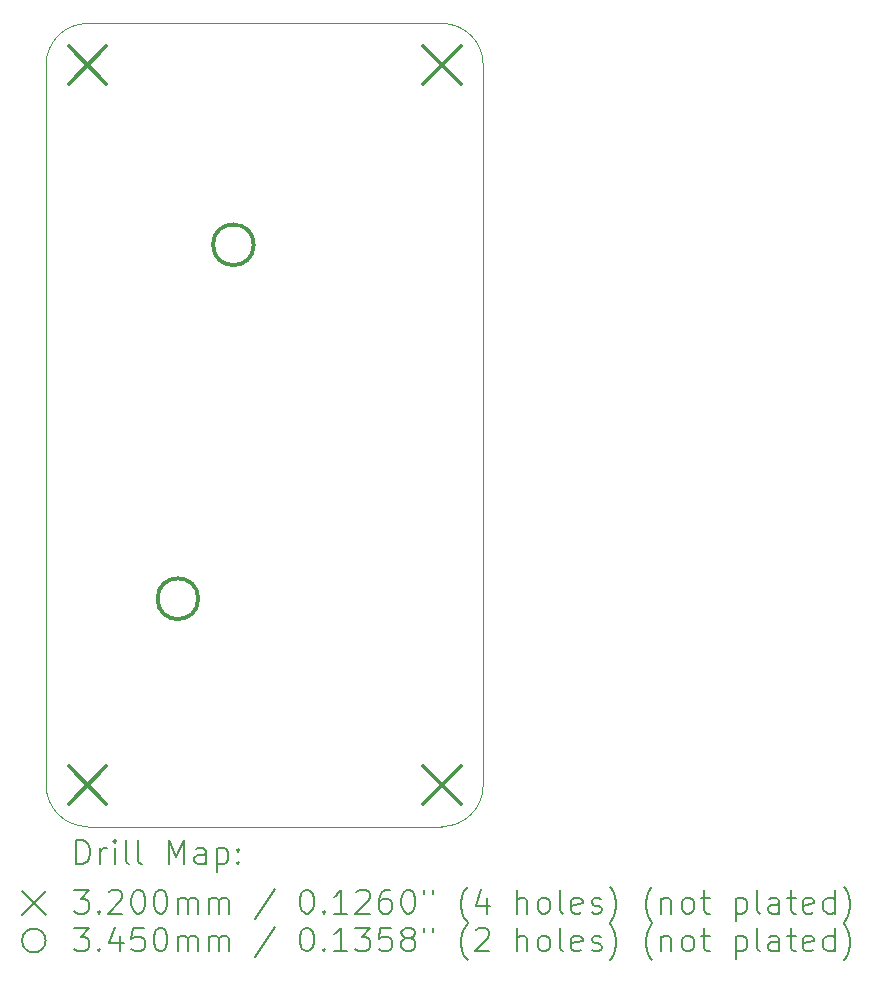
<source format=gbr>
%TF.GenerationSoftware,KiCad,Pcbnew,7.0.10*%
%TF.CreationDate,2024-01-08T08:34:26+01:00*%
%TF.ProjectId,mold_detect,6d6f6c64-5f64-4657-9465-63742e6b6963,rev?*%
%TF.SameCoordinates,Original*%
%TF.FileFunction,Drillmap*%
%TF.FilePolarity,Positive*%
%FSLAX45Y45*%
G04 Gerber Fmt 4.5, Leading zero omitted, Abs format (unit mm)*
G04 Created by KiCad (PCBNEW 7.0.10) date 2024-01-08 08:34:26*
%MOMM*%
%LPD*%
G01*
G04 APERTURE LIST*
%ADD10C,0.100000*%
%ADD11C,0.200000*%
%ADD12C,0.320000*%
%ADD13C,0.345000*%
G04 APERTURE END LIST*
D10*
X7850000Y-8300000D02*
X7850000Y-14400000D01*
X11200000Y-14750000D02*
G75*
G03*
X11550000Y-14400000I0J350000D01*
G01*
X8200000Y-14750000D02*
X11200000Y-14750000D01*
X7850000Y-14400000D02*
G75*
G03*
X8200000Y-14750000I350000J0D01*
G01*
X8200000Y-7950000D02*
X11200000Y-7950000D01*
X8200000Y-7950000D02*
G75*
G03*
X7850000Y-8300000I0J-350000D01*
G01*
X11550000Y-8300000D02*
X11550000Y-14400000D01*
X11550000Y-8300000D02*
G75*
G03*
X11200000Y-7950000I-350000J0D01*
G01*
D11*
D12*
X8040000Y-8140000D02*
X8360000Y-8460000D01*
X8360000Y-8140000D02*
X8040000Y-8460000D01*
X8040000Y-14240000D02*
X8360000Y-14560000D01*
X8360000Y-14240000D02*
X8040000Y-14560000D01*
X11040000Y-8140000D02*
X11360000Y-8460000D01*
X11360000Y-8140000D02*
X11040000Y-8460000D01*
X11040000Y-14240000D02*
X11360000Y-14560000D01*
X11360000Y-14240000D02*
X11040000Y-14560000D01*
D13*
X9137500Y-12821000D02*
G75*
G03*
X8792500Y-12821000I-172500J0D01*
G01*
X8792500Y-12821000D02*
G75*
G03*
X9137500Y-12821000I172500J0D01*
G01*
X9607500Y-9824000D02*
G75*
G03*
X9262500Y-9824000I-172500J0D01*
G01*
X9262500Y-9824000D02*
G75*
G03*
X9607500Y-9824000I172500J0D01*
G01*
D11*
X8105777Y-15066484D02*
X8105777Y-14866484D01*
X8105777Y-14866484D02*
X8153396Y-14866484D01*
X8153396Y-14866484D02*
X8181967Y-14876008D01*
X8181967Y-14876008D02*
X8201015Y-14895055D01*
X8201015Y-14895055D02*
X8210539Y-14914103D01*
X8210539Y-14914103D02*
X8220062Y-14952198D01*
X8220062Y-14952198D02*
X8220062Y-14980769D01*
X8220062Y-14980769D02*
X8210539Y-15018865D01*
X8210539Y-15018865D02*
X8201015Y-15037912D01*
X8201015Y-15037912D02*
X8181967Y-15056960D01*
X8181967Y-15056960D02*
X8153396Y-15066484D01*
X8153396Y-15066484D02*
X8105777Y-15066484D01*
X8305777Y-15066484D02*
X8305777Y-14933150D01*
X8305777Y-14971246D02*
X8315301Y-14952198D01*
X8315301Y-14952198D02*
X8324824Y-14942674D01*
X8324824Y-14942674D02*
X8343872Y-14933150D01*
X8343872Y-14933150D02*
X8362920Y-14933150D01*
X8429586Y-15066484D02*
X8429586Y-14933150D01*
X8429586Y-14866484D02*
X8420063Y-14876008D01*
X8420063Y-14876008D02*
X8429586Y-14885531D01*
X8429586Y-14885531D02*
X8439110Y-14876008D01*
X8439110Y-14876008D02*
X8429586Y-14866484D01*
X8429586Y-14866484D02*
X8429586Y-14885531D01*
X8553396Y-15066484D02*
X8534348Y-15056960D01*
X8534348Y-15056960D02*
X8524824Y-15037912D01*
X8524824Y-15037912D02*
X8524824Y-14866484D01*
X8658158Y-15066484D02*
X8639110Y-15056960D01*
X8639110Y-15056960D02*
X8629586Y-15037912D01*
X8629586Y-15037912D02*
X8629586Y-14866484D01*
X8886729Y-15066484D02*
X8886729Y-14866484D01*
X8886729Y-14866484D02*
X8953396Y-15009341D01*
X8953396Y-15009341D02*
X9020063Y-14866484D01*
X9020063Y-14866484D02*
X9020063Y-15066484D01*
X9201015Y-15066484D02*
X9201015Y-14961722D01*
X9201015Y-14961722D02*
X9191491Y-14942674D01*
X9191491Y-14942674D02*
X9172444Y-14933150D01*
X9172444Y-14933150D02*
X9134348Y-14933150D01*
X9134348Y-14933150D02*
X9115301Y-14942674D01*
X9201015Y-15056960D02*
X9181967Y-15066484D01*
X9181967Y-15066484D02*
X9134348Y-15066484D01*
X9134348Y-15066484D02*
X9115301Y-15056960D01*
X9115301Y-15056960D02*
X9105777Y-15037912D01*
X9105777Y-15037912D02*
X9105777Y-15018865D01*
X9105777Y-15018865D02*
X9115301Y-14999817D01*
X9115301Y-14999817D02*
X9134348Y-14990293D01*
X9134348Y-14990293D02*
X9181967Y-14990293D01*
X9181967Y-14990293D02*
X9201015Y-14980769D01*
X9296253Y-14933150D02*
X9296253Y-15133150D01*
X9296253Y-14942674D02*
X9315301Y-14933150D01*
X9315301Y-14933150D02*
X9353396Y-14933150D01*
X9353396Y-14933150D02*
X9372444Y-14942674D01*
X9372444Y-14942674D02*
X9381967Y-14952198D01*
X9381967Y-14952198D02*
X9391491Y-14971246D01*
X9391491Y-14971246D02*
X9391491Y-15028388D01*
X9391491Y-15028388D02*
X9381967Y-15047436D01*
X9381967Y-15047436D02*
X9372444Y-15056960D01*
X9372444Y-15056960D02*
X9353396Y-15066484D01*
X9353396Y-15066484D02*
X9315301Y-15066484D01*
X9315301Y-15066484D02*
X9296253Y-15056960D01*
X9477205Y-15047436D02*
X9486729Y-15056960D01*
X9486729Y-15056960D02*
X9477205Y-15066484D01*
X9477205Y-15066484D02*
X9467682Y-15056960D01*
X9467682Y-15056960D02*
X9477205Y-15047436D01*
X9477205Y-15047436D02*
X9477205Y-15066484D01*
X9477205Y-14942674D02*
X9486729Y-14952198D01*
X9486729Y-14952198D02*
X9477205Y-14961722D01*
X9477205Y-14961722D02*
X9467682Y-14952198D01*
X9467682Y-14952198D02*
X9477205Y-14942674D01*
X9477205Y-14942674D02*
X9477205Y-14961722D01*
X7645000Y-15295000D02*
X7845000Y-15495000D01*
X7845000Y-15295000D02*
X7645000Y-15495000D01*
X8086729Y-15286484D02*
X8210539Y-15286484D01*
X8210539Y-15286484D02*
X8143872Y-15362674D01*
X8143872Y-15362674D02*
X8172443Y-15362674D01*
X8172443Y-15362674D02*
X8191491Y-15372198D01*
X8191491Y-15372198D02*
X8201015Y-15381722D01*
X8201015Y-15381722D02*
X8210539Y-15400769D01*
X8210539Y-15400769D02*
X8210539Y-15448388D01*
X8210539Y-15448388D02*
X8201015Y-15467436D01*
X8201015Y-15467436D02*
X8191491Y-15476960D01*
X8191491Y-15476960D02*
X8172443Y-15486484D01*
X8172443Y-15486484D02*
X8115301Y-15486484D01*
X8115301Y-15486484D02*
X8096253Y-15476960D01*
X8096253Y-15476960D02*
X8086729Y-15467436D01*
X8296253Y-15467436D02*
X8305777Y-15476960D01*
X8305777Y-15476960D02*
X8296253Y-15486484D01*
X8296253Y-15486484D02*
X8286729Y-15476960D01*
X8286729Y-15476960D02*
X8296253Y-15467436D01*
X8296253Y-15467436D02*
X8296253Y-15486484D01*
X8381967Y-15305531D02*
X8391491Y-15296008D01*
X8391491Y-15296008D02*
X8410539Y-15286484D01*
X8410539Y-15286484D02*
X8458158Y-15286484D01*
X8458158Y-15286484D02*
X8477205Y-15296008D01*
X8477205Y-15296008D02*
X8486729Y-15305531D01*
X8486729Y-15305531D02*
X8496253Y-15324579D01*
X8496253Y-15324579D02*
X8496253Y-15343627D01*
X8496253Y-15343627D02*
X8486729Y-15372198D01*
X8486729Y-15372198D02*
X8372443Y-15486484D01*
X8372443Y-15486484D02*
X8496253Y-15486484D01*
X8620063Y-15286484D02*
X8639110Y-15286484D01*
X8639110Y-15286484D02*
X8658158Y-15296008D01*
X8658158Y-15296008D02*
X8667682Y-15305531D01*
X8667682Y-15305531D02*
X8677205Y-15324579D01*
X8677205Y-15324579D02*
X8686729Y-15362674D01*
X8686729Y-15362674D02*
X8686729Y-15410293D01*
X8686729Y-15410293D02*
X8677205Y-15448388D01*
X8677205Y-15448388D02*
X8667682Y-15467436D01*
X8667682Y-15467436D02*
X8658158Y-15476960D01*
X8658158Y-15476960D02*
X8639110Y-15486484D01*
X8639110Y-15486484D02*
X8620063Y-15486484D01*
X8620063Y-15486484D02*
X8601015Y-15476960D01*
X8601015Y-15476960D02*
X8591491Y-15467436D01*
X8591491Y-15467436D02*
X8581967Y-15448388D01*
X8581967Y-15448388D02*
X8572444Y-15410293D01*
X8572444Y-15410293D02*
X8572444Y-15362674D01*
X8572444Y-15362674D02*
X8581967Y-15324579D01*
X8581967Y-15324579D02*
X8591491Y-15305531D01*
X8591491Y-15305531D02*
X8601015Y-15296008D01*
X8601015Y-15296008D02*
X8620063Y-15286484D01*
X8810539Y-15286484D02*
X8829586Y-15286484D01*
X8829586Y-15286484D02*
X8848634Y-15296008D01*
X8848634Y-15296008D02*
X8858158Y-15305531D01*
X8858158Y-15305531D02*
X8867682Y-15324579D01*
X8867682Y-15324579D02*
X8877205Y-15362674D01*
X8877205Y-15362674D02*
X8877205Y-15410293D01*
X8877205Y-15410293D02*
X8867682Y-15448388D01*
X8867682Y-15448388D02*
X8858158Y-15467436D01*
X8858158Y-15467436D02*
X8848634Y-15476960D01*
X8848634Y-15476960D02*
X8829586Y-15486484D01*
X8829586Y-15486484D02*
X8810539Y-15486484D01*
X8810539Y-15486484D02*
X8791491Y-15476960D01*
X8791491Y-15476960D02*
X8781967Y-15467436D01*
X8781967Y-15467436D02*
X8772444Y-15448388D01*
X8772444Y-15448388D02*
X8762920Y-15410293D01*
X8762920Y-15410293D02*
X8762920Y-15362674D01*
X8762920Y-15362674D02*
X8772444Y-15324579D01*
X8772444Y-15324579D02*
X8781967Y-15305531D01*
X8781967Y-15305531D02*
X8791491Y-15296008D01*
X8791491Y-15296008D02*
X8810539Y-15286484D01*
X8962920Y-15486484D02*
X8962920Y-15353150D01*
X8962920Y-15372198D02*
X8972444Y-15362674D01*
X8972444Y-15362674D02*
X8991491Y-15353150D01*
X8991491Y-15353150D02*
X9020063Y-15353150D01*
X9020063Y-15353150D02*
X9039110Y-15362674D01*
X9039110Y-15362674D02*
X9048634Y-15381722D01*
X9048634Y-15381722D02*
X9048634Y-15486484D01*
X9048634Y-15381722D02*
X9058158Y-15362674D01*
X9058158Y-15362674D02*
X9077205Y-15353150D01*
X9077205Y-15353150D02*
X9105777Y-15353150D01*
X9105777Y-15353150D02*
X9124825Y-15362674D01*
X9124825Y-15362674D02*
X9134348Y-15381722D01*
X9134348Y-15381722D02*
X9134348Y-15486484D01*
X9229586Y-15486484D02*
X9229586Y-15353150D01*
X9229586Y-15372198D02*
X9239110Y-15362674D01*
X9239110Y-15362674D02*
X9258158Y-15353150D01*
X9258158Y-15353150D02*
X9286729Y-15353150D01*
X9286729Y-15353150D02*
X9305777Y-15362674D01*
X9305777Y-15362674D02*
X9315301Y-15381722D01*
X9315301Y-15381722D02*
X9315301Y-15486484D01*
X9315301Y-15381722D02*
X9324825Y-15362674D01*
X9324825Y-15362674D02*
X9343872Y-15353150D01*
X9343872Y-15353150D02*
X9372444Y-15353150D01*
X9372444Y-15353150D02*
X9391491Y-15362674D01*
X9391491Y-15362674D02*
X9401015Y-15381722D01*
X9401015Y-15381722D02*
X9401015Y-15486484D01*
X9791491Y-15276960D02*
X9620063Y-15534103D01*
X10048634Y-15286484D02*
X10067682Y-15286484D01*
X10067682Y-15286484D02*
X10086729Y-15296008D01*
X10086729Y-15296008D02*
X10096253Y-15305531D01*
X10096253Y-15305531D02*
X10105777Y-15324579D01*
X10105777Y-15324579D02*
X10115301Y-15362674D01*
X10115301Y-15362674D02*
X10115301Y-15410293D01*
X10115301Y-15410293D02*
X10105777Y-15448388D01*
X10105777Y-15448388D02*
X10096253Y-15467436D01*
X10096253Y-15467436D02*
X10086729Y-15476960D01*
X10086729Y-15476960D02*
X10067682Y-15486484D01*
X10067682Y-15486484D02*
X10048634Y-15486484D01*
X10048634Y-15486484D02*
X10029587Y-15476960D01*
X10029587Y-15476960D02*
X10020063Y-15467436D01*
X10020063Y-15467436D02*
X10010539Y-15448388D01*
X10010539Y-15448388D02*
X10001015Y-15410293D01*
X10001015Y-15410293D02*
X10001015Y-15362674D01*
X10001015Y-15362674D02*
X10010539Y-15324579D01*
X10010539Y-15324579D02*
X10020063Y-15305531D01*
X10020063Y-15305531D02*
X10029587Y-15296008D01*
X10029587Y-15296008D02*
X10048634Y-15286484D01*
X10201015Y-15467436D02*
X10210539Y-15476960D01*
X10210539Y-15476960D02*
X10201015Y-15486484D01*
X10201015Y-15486484D02*
X10191491Y-15476960D01*
X10191491Y-15476960D02*
X10201015Y-15467436D01*
X10201015Y-15467436D02*
X10201015Y-15486484D01*
X10401015Y-15486484D02*
X10286729Y-15486484D01*
X10343872Y-15486484D02*
X10343872Y-15286484D01*
X10343872Y-15286484D02*
X10324825Y-15315055D01*
X10324825Y-15315055D02*
X10305777Y-15334103D01*
X10305777Y-15334103D02*
X10286729Y-15343627D01*
X10477206Y-15305531D02*
X10486729Y-15296008D01*
X10486729Y-15296008D02*
X10505777Y-15286484D01*
X10505777Y-15286484D02*
X10553396Y-15286484D01*
X10553396Y-15286484D02*
X10572444Y-15296008D01*
X10572444Y-15296008D02*
X10581968Y-15305531D01*
X10581968Y-15305531D02*
X10591491Y-15324579D01*
X10591491Y-15324579D02*
X10591491Y-15343627D01*
X10591491Y-15343627D02*
X10581968Y-15372198D01*
X10581968Y-15372198D02*
X10467682Y-15486484D01*
X10467682Y-15486484D02*
X10591491Y-15486484D01*
X10762920Y-15286484D02*
X10724825Y-15286484D01*
X10724825Y-15286484D02*
X10705777Y-15296008D01*
X10705777Y-15296008D02*
X10696253Y-15305531D01*
X10696253Y-15305531D02*
X10677206Y-15334103D01*
X10677206Y-15334103D02*
X10667682Y-15372198D01*
X10667682Y-15372198D02*
X10667682Y-15448388D01*
X10667682Y-15448388D02*
X10677206Y-15467436D01*
X10677206Y-15467436D02*
X10686729Y-15476960D01*
X10686729Y-15476960D02*
X10705777Y-15486484D01*
X10705777Y-15486484D02*
X10743872Y-15486484D01*
X10743872Y-15486484D02*
X10762920Y-15476960D01*
X10762920Y-15476960D02*
X10772444Y-15467436D01*
X10772444Y-15467436D02*
X10781968Y-15448388D01*
X10781968Y-15448388D02*
X10781968Y-15400769D01*
X10781968Y-15400769D02*
X10772444Y-15381722D01*
X10772444Y-15381722D02*
X10762920Y-15372198D01*
X10762920Y-15372198D02*
X10743872Y-15362674D01*
X10743872Y-15362674D02*
X10705777Y-15362674D01*
X10705777Y-15362674D02*
X10686729Y-15372198D01*
X10686729Y-15372198D02*
X10677206Y-15381722D01*
X10677206Y-15381722D02*
X10667682Y-15400769D01*
X10905777Y-15286484D02*
X10924825Y-15286484D01*
X10924825Y-15286484D02*
X10943872Y-15296008D01*
X10943872Y-15296008D02*
X10953396Y-15305531D01*
X10953396Y-15305531D02*
X10962920Y-15324579D01*
X10962920Y-15324579D02*
X10972444Y-15362674D01*
X10972444Y-15362674D02*
X10972444Y-15410293D01*
X10972444Y-15410293D02*
X10962920Y-15448388D01*
X10962920Y-15448388D02*
X10953396Y-15467436D01*
X10953396Y-15467436D02*
X10943872Y-15476960D01*
X10943872Y-15476960D02*
X10924825Y-15486484D01*
X10924825Y-15486484D02*
X10905777Y-15486484D01*
X10905777Y-15486484D02*
X10886729Y-15476960D01*
X10886729Y-15476960D02*
X10877206Y-15467436D01*
X10877206Y-15467436D02*
X10867682Y-15448388D01*
X10867682Y-15448388D02*
X10858158Y-15410293D01*
X10858158Y-15410293D02*
X10858158Y-15362674D01*
X10858158Y-15362674D02*
X10867682Y-15324579D01*
X10867682Y-15324579D02*
X10877206Y-15305531D01*
X10877206Y-15305531D02*
X10886729Y-15296008D01*
X10886729Y-15296008D02*
X10905777Y-15286484D01*
X11048634Y-15286484D02*
X11048634Y-15324579D01*
X11124825Y-15286484D02*
X11124825Y-15324579D01*
X11420063Y-15562674D02*
X11410539Y-15553150D01*
X11410539Y-15553150D02*
X11391491Y-15524579D01*
X11391491Y-15524579D02*
X11381968Y-15505531D01*
X11381968Y-15505531D02*
X11372444Y-15476960D01*
X11372444Y-15476960D02*
X11362920Y-15429341D01*
X11362920Y-15429341D02*
X11362920Y-15391246D01*
X11362920Y-15391246D02*
X11372444Y-15343627D01*
X11372444Y-15343627D02*
X11381968Y-15315055D01*
X11381968Y-15315055D02*
X11391491Y-15296008D01*
X11391491Y-15296008D02*
X11410539Y-15267436D01*
X11410539Y-15267436D02*
X11420063Y-15257912D01*
X11581968Y-15353150D02*
X11581968Y-15486484D01*
X11534348Y-15276960D02*
X11486729Y-15419817D01*
X11486729Y-15419817D02*
X11610539Y-15419817D01*
X11839110Y-15486484D02*
X11839110Y-15286484D01*
X11924825Y-15486484D02*
X11924825Y-15381722D01*
X11924825Y-15381722D02*
X11915301Y-15362674D01*
X11915301Y-15362674D02*
X11896253Y-15353150D01*
X11896253Y-15353150D02*
X11867682Y-15353150D01*
X11867682Y-15353150D02*
X11848634Y-15362674D01*
X11848634Y-15362674D02*
X11839110Y-15372198D01*
X12048634Y-15486484D02*
X12029587Y-15476960D01*
X12029587Y-15476960D02*
X12020063Y-15467436D01*
X12020063Y-15467436D02*
X12010539Y-15448388D01*
X12010539Y-15448388D02*
X12010539Y-15391246D01*
X12010539Y-15391246D02*
X12020063Y-15372198D01*
X12020063Y-15372198D02*
X12029587Y-15362674D01*
X12029587Y-15362674D02*
X12048634Y-15353150D01*
X12048634Y-15353150D02*
X12077206Y-15353150D01*
X12077206Y-15353150D02*
X12096253Y-15362674D01*
X12096253Y-15362674D02*
X12105777Y-15372198D01*
X12105777Y-15372198D02*
X12115301Y-15391246D01*
X12115301Y-15391246D02*
X12115301Y-15448388D01*
X12115301Y-15448388D02*
X12105777Y-15467436D01*
X12105777Y-15467436D02*
X12096253Y-15476960D01*
X12096253Y-15476960D02*
X12077206Y-15486484D01*
X12077206Y-15486484D02*
X12048634Y-15486484D01*
X12229587Y-15486484D02*
X12210539Y-15476960D01*
X12210539Y-15476960D02*
X12201015Y-15457912D01*
X12201015Y-15457912D02*
X12201015Y-15286484D01*
X12381968Y-15476960D02*
X12362920Y-15486484D01*
X12362920Y-15486484D02*
X12324825Y-15486484D01*
X12324825Y-15486484D02*
X12305777Y-15476960D01*
X12305777Y-15476960D02*
X12296253Y-15457912D01*
X12296253Y-15457912D02*
X12296253Y-15381722D01*
X12296253Y-15381722D02*
X12305777Y-15362674D01*
X12305777Y-15362674D02*
X12324825Y-15353150D01*
X12324825Y-15353150D02*
X12362920Y-15353150D01*
X12362920Y-15353150D02*
X12381968Y-15362674D01*
X12381968Y-15362674D02*
X12391491Y-15381722D01*
X12391491Y-15381722D02*
X12391491Y-15400769D01*
X12391491Y-15400769D02*
X12296253Y-15419817D01*
X12467682Y-15476960D02*
X12486730Y-15486484D01*
X12486730Y-15486484D02*
X12524825Y-15486484D01*
X12524825Y-15486484D02*
X12543872Y-15476960D01*
X12543872Y-15476960D02*
X12553396Y-15457912D01*
X12553396Y-15457912D02*
X12553396Y-15448388D01*
X12553396Y-15448388D02*
X12543872Y-15429341D01*
X12543872Y-15429341D02*
X12524825Y-15419817D01*
X12524825Y-15419817D02*
X12496253Y-15419817D01*
X12496253Y-15419817D02*
X12477206Y-15410293D01*
X12477206Y-15410293D02*
X12467682Y-15391246D01*
X12467682Y-15391246D02*
X12467682Y-15381722D01*
X12467682Y-15381722D02*
X12477206Y-15362674D01*
X12477206Y-15362674D02*
X12496253Y-15353150D01*
X12496253Y-15353150D02*
X12524825Y-15353150D01*
X12524825Y-15353150D02*
X12543872Y-15362674D01*
X12620063Y-15562674D02*
X12629587Y-15553150D01*
X12629587Y-15553150D02*
X12648634Y-15524579D01*
X12648634Y-15524579D02*
X12658158Y-15505531D01*
X12658158Y-15505531D02*
X12667682Y-15476960D01*
X12667682Y-15476960D02*
X12677206Y-15429341D01*
X12677206Y-15429341D02*
X12677206Y-15391246D01*
X12677206Y-15391246D02*
X12667682Y-15343627D01*
X12667682Y-15343627D02*
X12658158Y-15315055D01*
X12658158Y-15315055D02*
X12648634Y-15296008D01*
X12648634Y-15296008D02*
X12629587Y-15267436D01*
X12629587Y-15267436D02*
X12620063Y-15257912D01*
X12981968Y-15562674D02*
X12972444Y-15553150D01*
X12972444Y-15553150D02*
X12953396Y-15524579D01*
X12953396Y-15524579D02*
X12943872Y-15505531D01*
X12943872Y-15505531D02*
X12934349Y-15476960D01*
X12934349Y-15476960D02*
X12924825Y-15429341D01*
X12924825Y-15429341D02*
X12924825Y-15391246D01*
X12924825Y-15391246D02*
X12934349Y-15343627D01*
X12934349Y-15343627D02*
X12943872Y-15315055D01*
X12943872Y-15315055D02*
X12953396Y-15296008D01*
X12953396Y-15296008D02*
X12972444Y-15267436D01*
X12972444Y-15267436D02*
X12981968Y-15257912D01*
X13058158Y-15353150D02*
X13058158Y-15486484D01*
X13058158Y-15372198D02*
X13067682Y-15362674D01*
X13067682Y-15362674D02*
X13086730Y-15353150D01*
X13086730Y-15353150D02*
X13115301Y-15353150D01*
X13115301Y-15353150D02*
X13134349Y-15362674D01*
X13134349Y-15362674D02*
X13143872Y-15381722D01*
X13143872Y-15381722D02*
X13143872Y-15486484D01*
X13267682Y-15486484D02*
X13248634Y-15476960D01*
X13248634Y-15476960D02*
X13239111Y-15467436D01*
X13239111Y-15467436D02*
X13229587Y-15448388D01*
X13229587Y-15448388D02*
X13229587Y-15391246D01*
X13229587Y-15391246D02*
X13239111Y-15372198D01*
X13239111Y-15372198D02*
X13248634Y-15362674D01*
X13248634Y-15362674D02*
X13267682Y-15353150D01*
X13267682Y-15353150D02*
X13296253Y-15353150D01*
X13296253Y-15353150D02*
X13315301Y-15362674D01*
X13315301Y-15362674D02*
X13324825Y-15372198D01*
X13324825Y-15372198D02*
X13334349Y-15391246D01*
X13334349Y-15391246D02*
X13334349Y-15448388D01*
X13334349Y-15448388D02*
X13324825Y-15467436D01*
X13324825Y-15467436D02*
X13315301Y-15476960D01*
X13315301Y-15476960D02*
X13296253Y-15486484D01*
X13296253Y-15486484D02*
X13267682Y-15486484D01*
X13391492Y-15353150D02*
X13467682Y-15353150D01*
X13420063Y-15286484D02*
X13420063Y-15457912D01*
X13420063Y-15457912D02*
X13429587Y-15476960D01*
X13429587Y-15476960D02*
X13448634Y-15486484D01*
X13448634Y-15486484D02*
X13467682Y-15486484D01*
X13686730Y-15353150D02*
X13686730Y-15553150D01*
X13686730Y-15362674D02*
X13705777Y-15353150D01*
X13705777Y-15353150D02*
X13743873Y-15353150D01*
X13743873Y-15353150D02*
X13762920Y-15362674D01*
X13762920Y-15362674D02*
X13772444Y-15372198D01*
X13772444Y-15372198D02*
X13781968Y-15391246D01*
X13781968Y-15391246D02*
X13781968Y-15448388D01*
X13781968Y-15448388D02*
X13772444Y-15467436D01*
X13772444Y-15467436D02*
X13762920Y-15476960D01*
X13762920Y-15476960D02*
X13743873Y-15486484D01*
X13743873Y-15486484D02*
X13705777Y-15486484D01*
X13705777Y-15486484D02*
X13686730Y-15476960D01*
X13896253Y-15486484D02*
X13877206Y-15476960D01*
X13877206Y-15476960D02*
X13867682Y-15457912D01*
X13867682Y-15457912D02*
X13867682Y-15286484D01*
X14058158Y-15486484D02*
X14058158Y-15381722D01*
X14058158Y-15381722D02*
X14048634Y-15362674D01*
X14048634Y-15362674D02*
X14029587Y-15353150D01*
X14029587Y-15353150D02*
X13991492Y-15353150D01*
X13991492Y-15353150D02*
X13972444Y-15362674D01*
X14058158Y-15476960D02*
X14039111Y-15486484D01*
X14039111Y-15486484D02*
X13991492Y-15486484D01*
X13991492Y-15486484D02*
X13972444Y-15476960D01*
X13972444Y-15476960D02*
X13962920Y-15457912D01*
X13962920Y-15457912D02*
X13962920Y-15438865D01*
X13962920Y-15438865D02*
X13972444Y-15419817D01*
X13972444Y-15419817D02*
X13991492Y-15410293D01*
X13991492Y-15410293D02*
X14039111Y-15410293D01*
X14039111Y-15410293D02*
X14058158Y-15400769D01*
X14124825Y-15353150D02*
X14201015Y-15353150D01*
X14153396Y-15286484D02*
X14153396Y-15457912D01*
X14153396Y-15457912D02*
X14162920Y-15476960D01*
X14162920Y-15476960D02*
X14181968Y-15486484D01*
X14181968Y-15486484D02*
X14201015Y-15486484D01*
X14343873Y-15476960D02*
X14324825Y-15486484D01*
X14324825Y-15486484D02*
X14286730Y-15486484D01*
X14286730Y-15486484D02*
X14267682Y-15476960D01*
X14267682Y-15476960D02*
X14258158Y-15457912D01*
X14258158Y-15457912D02*
X14258158Y-15381722D01*
X14258158Y-15381722D02*
X14267682Y-15362674D01*
X14267682Y-15362674D02*
X14286730Y-15353150D01*
X14286730Y-15353150D02*
X14324825Y-15353150D01*
X14324825Y-15353150D02*
X14343873Y-15362674D01*
X14343873Y-15362674D02*
X14353396Y-15381722D01*
X14353396Y-15381722D02*
X14353396Y-15400769D01*
X14353396Y-15400769D02*
X14258158Y-15419817D01*
X14524825Y-15486484D02*
X14524825Y-15286484D01*
X14524825Y-15476960D02*
X14505777Y-15486484D01*
X14505777Y-15486484D02*
X14467682Y-15486484D01*
X14467682Y-15486484D02*
X14448634Y-15476960D01*
X14448634Y-15476960D02*
X14439111Y-15467436D01*
X14439111Y-15467436D02*
X14429587Y-15448388D01*
X14429587Y-15448388D02*
X14429587Y-15391246D01*
X14429587Y-15391246D02*
X14439111Y-15372198D01*
X14439111Y-15372198D02*
X14448634Y-15362674D01*
X14448634Y-15362674D02*
X14467682Y-15353150D01*
X14467682Y-15353150D02*
X14505777Y-15353150D01*
X14505777Y-15353150D02*
X14524825Y-15362674D01*
X14601015Y-15562674D02*
X14610539Y-15553150D01*
X14610539Y-15553150D02*
X14629587Y-15524579D01*
X14629587Y-15524579D02*
X14639111Y-15505531D01*
X14639111Y-15505531D02*
X14648634Y-15476960D01*
X14648634Y-15476960D02*
X14658158Y-15429341D01*
X14658158Y-15429341D02*
X14658158Y-15391246D01*
X14658158Y-15391246D02*
X14648634Y-15343627D01*
X14648634Y-15343627D02*
X14639111Y-15315055D01*
X14639111Y-15315055D02*
X14629587Y-15296008D01*
X14629587Y-15296008D02*
X14610539Y-15267436D01*
X14610539Y-15267436D02*
X14601015Y-15257912D01*
X7845000Y-15715000D02*
G75*
G03*
X7645000Y-15715000I-100000J0D01*
G01*
X7645000Y-15715000D02*
G75*
G03*
X7845000Y-15715000I100000J0D01*
G01*
X8086729Y-15606484D02*
X8210539Y-15606484D01*
X8210539Y-15606484D02*
X8143872Y-15682674D01*
X8143872Y-15682674D02*
X8172443Y-15682674D01*
X8172443Y-15682674D02*
X8191491Y-15692198D01*
X8191491Y-15692198D02*
X8201015Y-15701722D01*
X8201015Y-15701722D02*
X8210539Y-15720769D01*
X8210539Y-15720769D02*
X8210539Y-15768388D01*
X8210539Y-15768388D02*
X8201015Y-15787436D01*
X8201015Y-15787436D02*
X8191491Y-15796960D01*
X8191491Y-15796960D02*
X8172443Y-15806484D01*
X8172443Y-15806484D02*
X8115301Y-15806484D01*
X8115301Y-15806484D02*
X8096253Y-15796960D01*
X8096253Y-15796960D02*
X8086729Y-15787436D01*
X8296253Y-15787436D02*
X8305777Y-15796960D01*
X8305777Y-15796960D02*
X8296253Y-15806484D01*
X8296253Y-15806484D02*
X8286729Y-15796960D01*
X8286729Y-15796960D02*
X8296253Y-15787436D01*
X8296253Y-15787436D02*
X8296253Y-15806484D01*
X8477205Y-15673150D02*
X8477205Y-15806484D01*
X8429586Y-15596960D02*
X8381967Y-15739817D01*
X8381967Y-15739817D02*
X8505777Y-15739817D01*
X8677205Y-15606484D02*
X8581967Y-15606484D01*
X8581967Y-15606484D02*
X8572444Y-15701722D01*
X8572444Y-15701722D02*
X8581967Y-15692198D01*
X8581967Y-15692198D02*
X8601015Y-15682674D01*
X8601015Y-15682674D02*
X8648634Y-15682674D01*
X8648634Y-15682674D02*
X8667682Y-15692198D01*
X8667682Y-15692198D02*
X8677205Y-15701722D01*
X8677205Y-15701722D02*
X8686729Y-15720769D01*
X8686729Y-15720769D02*
X8686729Y-15768388D01*
X8686729Y-15768388D02*
X8677205Y-15787436D01*
X8677205Y-15787436D02*
X8667682Y-15796960D01*
X8667682Y-15796960D02*
X8648634Y-15806484D01*
X8648634Y-15806484D02*
X8601015Y-15806484D01*
X8601015Y-15806484D02*
X8581967Y-15796960D01*
X8581967Y-15796960D02*
X8572444Y-15787436D01*
X8810539Y-15606484D02*
X8829586Y-15606484D01*
X8829586Y-15606484D02*
X8848634Y-15616008D01*
X8848634Y-15616008D02*
X8858158Y-15625531D01*
X8858158Y-15625531D02*
X8867682Y-15644579D01*
X8867682Y-15644579D02*
X8877205Y-15682674D01*
X8877205Y-15682674D02*
X8877205Y-15730293D01*
X8877205Y-15730293D02*
X8867682Y-15768388D01*
X8867682Y-15768388D02*
X8858158Y-15787436D01*
X8858158Y-15787436D02*
X8848634Y-15796960D01*
X8848634Y-15796960D02*
X8829586Y-15806484D01*
X8829586Y-15806484D02*
X8810539Y-15806484D01*
X8810539Y-15806484D02*
X8791491Y-15796960D01*
X8791491Y-15796960D02*
X8781967Y-15787436D01*
X8781967Y-15787436D02*
X8772444Y-15768388D01*
X8772444Y-15768388D02*
X8762920Y-15730293D01*
X8762920Y-15730293D02*
X8762920Y-15682674D01*
X8762920Y-15682674D02*
X8772444Y-15644579D01*
X8772444Y-15644579D02*
X8781967Y-15625531D01*
X8781967Y-15625531D02*
X8791491Y-15616008D01*
X8791491Y-15616008D02*
X8810539Y-15606484D01*
X8962920Y-15806484D02*
X8962920Y-15673150D01*
X8962920Y-15692198D02*
X8972444Y-15682674D01*
X8972444Y-15682674D02*
X8991491Y-15673150D01*
X8991491Y-15673150D02*
X9020063Y-15673150D01*
X9020063Y-15673150D02*
X9039110Y-15682674D01*
X9039110Y-15682674D02*
X9048634Y-15701722D01*
X9048634Y-15701722D02*
X9048634Y-15806484D01*
X9048634Y-15701722D02*
X9058158Y-15682674D01*
X9058158Y-15682674D02*
X9077205Y-15673150D01*
X9077205Y-15673150D02*
X9105777Y-15673150D01*
X9105777Y-15673150D02*
X9124825Y-15682674D01*
X9124825Y-15682674D02*
X9134348Y-15701722D01*
X9134348Y-15701722D02*
X9134348Y-15806484D01*
X9229586Y-15806484D02*
X9229586Y-15673150D01*
X9229586Y-15692198D02*
X9239110Y-15682674D01*
X9239110Y-15682674D02*
X9258158Y-15673150D01*
X9258158Y-15673150D02*
X9286729Y-15673150D01*
X9286729Y-15673150D02*
X9305777Y-15682674D01*
X9305777Y-15682674D02*
X9315301Y-15701722D01*
X9315301Y-15701722D02*
X9315301Y-15806484D01*
X9315301Y-15701722D02*
X9324825Y-15682674D01*
X9324825Y-15682674D02*
X9343872Y-15673150D01*
X9343872Y-15673150D02*
X9372444Y-15673150D01*
X9372444Y-15673150D02*
X9391491Y-15682674D01*
X9391491Y-15682674D02*
X9401015Y-15701722D01*
X9401015Y-15701722D02*
X9401015Y-15806484D01*
X9791491Y-15596960D02*
X9620063Y-15854103D01*
X10048634Y-15606484D02*
X10067682Y-15606484D01*
X10067682Y-15606484D02*
X10086729Y-15616008D01*
X10086729Y-15616008D02*
X10096253Y-15625531D01*
X10096253Y-15625531D02*
X10105777Y-15644579D01*
X10105777Y-15644579D02*
X10115301Y-15682674D01*
X10115301Y-15682674D02*
X10115301Y-15730293D01*
X10115301Y-15730293D02*
X10105777Y-15768388D01*
X10105777Y-15768388D02*
X10096253Y-15787436D01*
X10096253Y-15787436D02*
X10086729Y-15796960D01*
X10086729Y-15796960D02*
X10067682Y-15806484D01*
X10067682Y-15806484D02*
X10048634Y-15806484D01*
X10048634Y-15806484D02*
X10029587Y-15796960D01*
X10029587Y-15796960D02*
X10020063Y-15787436D01*
X10020063Y-15787436D02*
X10010539Y-15768388D01*
X10010539Y-15768388D02*
X10001015Y-15730293D01*
X10001015Y-15730293D02*
X10001015Y-15682674D01*
X10001015Y-15682674D02*
X10010539Y-15644579D01*
X10010539Y-15644579D02*
X10020063Y-15625531D01*
X10020063Y-15625531D02*
X10029587Y-15616008D01*
X10029587Y-15616008D02*
X10048634Y-15606484D01*
X10201015Y-15787436D02*
X10210539Y-15796960D01*
X10210539Y-15796960D02*
X10201015Y-15806484D01*
X10201015Y-15806484D02*
X10191491Y-15796960D01*
X10191491Y-15796960D02*
X10201015Y-15787436D01*
X10201015Y-15787436D02*
X10201015Y-15806484D01*
X10401015Y-15806484D02*
X10286729Y-15806484D01*
X10343872Y-15806484D02*
X10343872Y-15606484D01*
X10343872Y-15606484D02*
X10324825Y-15635055D01*
X10324825Y-15635055D02*
X10305777Y-15654103D01*
X10305777Y-15654103D02*
X10286729Y-15663627D01*
X10467682Y-15606484D02*
X10591491Y-15606484D01*
X10591491Y-15606484D02*
X10524825Y-15682674D01*
X10524825Y-15682674D02*
X10553396Y-15682674D01*
X10553396Y-15682674D02*
X10572444Y-15692198D01*
X10572444Y-15692198D02*
X10581968Y-15701722D01*
X10581968Y-15701722D02*
X10591491Y-15720769D01*
X10591491Y-15720769D02*
X10591491Y-15768388D01*
X10591491Y-15768388D02*
X10581968Y-15787436D01*
X10581968Y-15787436D02*
X10572444Y-15796960D01*
X10572444Y-15796960D02*
X10553396Y-15806484D01*
X10553396Y-15806484D02*
X10496253Y-15806484D01*
X10496253Y-15806484D02*
X10477206Y-15796960D01*
X10477206Y-15796960D02*
X10467682Y-15787436D01*
X10772444Y-15606484D02*
X10677206Y-15606484D01*
X10677206Y-15606484D02*
X10667682Y-15701722D01*
X10667682Y-15701722D02*
X10677206Y-15692198D01*
X10677206Y-15692198D02*
X10696253Y-15682674D01*
X10696253Y-15682674D02*
X10743872Y-15682674D01*
X10743872Y-15682674D02*
X10762920Y-15692198D01*
X10762920Y-15692198D02*
X10772444Y-15701722D01*
X10772444Y-15701722D02*
X10781968Y-15720769D01*
X10781968Y-15720769D02*
X10781968Y-15768388D01*
X10781968Y-15768388D02*
X10772444Y-15787436D01*
X10772444Y-15787436D02*
X10762920Y-15796960D01*
X10762920Y-15796960D02*
X10743872Y-15806484D01*
X10743872Y-15806484D02*
X10696253Y-15806484D01*
X10696253Y-15806484D02*
X10677206Y-15796960D01*
X10677206Y-15796960D02*
X10667682Y-15787436D01*
X10896253Y-15692198D02*
X10877206Y-15682674D01*
X10877206Y-15682674D02*
X10867682Y-15673150D01*
X10867682Y-15673150D02*
X10858158Y-15654103D01*
X10858158Y-15654103D02*
X10858158Y-15644579D01*
X10858158Y-15644579D02*
X10867682Y-15625531D01*
X10867682Y-15625531D02*
X10877206Y-15616008D01*
X10877206Y-15616008D02*
X10896253Y-15606484D01*
X10896253Y-15606484D02*
X10934349Y-15606484D01*
X10934349Y-15606484D02*
X10953396Y-15616008D01*
X10953396Y-15616008D02*
X10962920Y-15625531D01*
X10962920Y-15625531D02*
X10972444Y-15644579D01*
X10972444Y-15644579D02*
X10972444Y-15654103D01*
X10972444Y-15654103D02*
X10962920Y-15673150D01*
X10962920Y-15673150D02*
X10953396Y-15682674D01*
X10953396Y-15682674D02*
X10934349Y-15692198D01*
X10934349Y-15692198D02*
X10896253Y-15692198D01*
X10896253Y-15692198D02*
X10877206Y-15701722D01*
X10877206Y-15701722D02*
X10867682Y-15711246D01*
X10867682Y-15711246D02*
X10858158Y-15730293D01*
X10858158Y-15730293D02*
X10858158Y-15768388D01*
X10858158Y-15768388D02*
X10867682Y-15787436D01*
X10867682Y-15787436D02*
X10877206Y-15796960D01*
X10877206Y-15796960D02*
X10896253Y-15806484D01*
X10896253Y-15806484D02*
X10934349Y-15806484D01*
X10934349Y-15806484D02*
X10953396Y-15796960D01*
X10953396Y-15796960D02*
X10962920Y-15787436D01*
X10962920Y-15787436D02*
X10972444Y-15768388D01*
X10972444Y-15768388D02*
X10972444Y-15730293D01*
X10972444Y-15730293D02*
X10962920Y-15711246D01*
X10962920Y-15711246D02*
X10953396Y-15701722D01*
X10953396Y-15701722D02*
X10934349Y-15692198D01*
X11048634Y-15606484D02*
X11048634Y-15644579D01*
X11124825Y-15606484D02*
X11124825Y-15644579D01*
X11420063Y-15882674D02*
X11410539Y-15873150D01*
X11410539Y-15873150D02*
X11391491Y-15844579D01*
X11391491Y-15844579D02*
X11381968Y-15825531D01*
X11381968Y-15825531D02*
X11372444Y-15796960D01*
X11372444Y-15796960D02*
X11362920Y-15749341D01*
X11362920Y-15749341D02*
X11362920Y-15711246D01*
X11362920Y-15711246D02*
X11372444Y-15663627D01*
X11372444Y-15663627D02*
X11381968Y-15635055D01*
X11381968Y-15635055D02*
X11391491Y-15616008D01*
X11391491Y-15616008D02*
X11410539Y-15587436D01*
X11410539Y-15587436D02*
X11420063Y-15577912D01*
X11486729Y-15625531D02*
X11496253Y-15616008D01*
X11496253Y-15616008D02*
X11515301Y-15606484D01*
X11515301Y-15606484D02*
X11562920Y-15606484D01*
X11562920Y-15606484D02*
X11581968Y-15616008D01*
X11581968Y-15616008D02*
X11591491Y-15625531D01*
X11591491Y-15625531D02*
X11601015Y-15644579D01*
X11601015Y-15644579D02*
X11601015Y-15663627D01*
X11601015Y-15663627D02*
X11591491Y-15692198D01*
X11591491Y-15692198D02*
X11477206Y-15806484D01*
X11477206Y-15806484D02*
X11601015Y-15806484D01*
X11839110Y-15806484D02*
X11839110Y-15606484D01*
X11924825Y-15806484D02*
X11924825Y-15701722D01*
X11924825Y-15701722D02*
X11915301Y-15682674D01*
X11915301Y-15682674D02*
X11896253Y-15673150D01*
X11896253Y-15673150D02*
X11867682Y-15673150D01*
X11867682Y-15673150D02*
X11848634Y-15682674D01*
X11848634Y-15682674D02*
X11839110Y-15692198D01*
X12048634Y-15806484D02*
X12029587Y-15796960D01*
X12029587Y-15796960D02*
X12020063Y-15787436D01*
X12020063Y-15787436D02*
X12010539Y-15768388D01*
X12010539Y-15768388D02*
X12010539Y-15711246D01*
X12010539Y-15711246D02*
X12020063Y-15692198D01*
X12020063Y-15692198D02*
X12029587Y-15682674D01*
X12029587Y-15682674D02*
X12048634Y-15673150D01*
X12048634Y-15673150D02*
X12077206Y-15673150D01*
X12077206Y-15673150D02*
X12096253Y-15682674D01*
X12096253Y-15682674D02*
X12105777Y-15692198D01*
X12105777Y-15692198D02*
X12115301Y-15711246D01*
X12115301Y-15711246D02*
X12115301Y-15768388D01*
X12115301Y-15768388D02*
X12105777Y-15787436D01*
X12105777Y-15787436D02*
X12096253Y-15796960D01*
X12096253Y-15796960D02*
X12077206Y-15806484D01*
X12077206Y-15806484D02*
X12048634Y-15806484D01*
X12229587Y-15806484D02*
X12210539Y-15796960D01*
X12210539Y-15796960D02*
X12201015Y-15777912D01*
X12201015Y-15777912D02*
X12201015Y-15606484D01*
X12381968Y-15796960D02*
X12362920Y-15806484D01*
X12362920Y-15806484D02*
X12324825Y-15806484D01*
X12324825Y-15806484D02*
X12305777Y-15796960D01*
X12305777Y-15796960D02*
X12296253Y-15777912D01*
X12296253Y-15777912D02*
X12296253Y-15701722D01*
X12296253Y-15701722D02*
X12305777Y-15682674D01*
X12305777Y-15682674D02*
X12324825Y-15673150D01*
X12324825Y-15673150D02*
X12362920Y-15673150D01*
X12362920Y-15673150D02*
X12381968Y-15682674D01*
X12381968Y-15682674D02*
X12391491Y-15701722D01*
X12391491Y-15701722D02*
X12391491Y-15720769D01*
X12391491Y-15720769D02*
X12296253Y-15739817D01*
X12467682Y-15796960D02*
X12486730Y-15806484D01*
X12486730Y-15806484D02*
X12524825Y-15806484D01*
X12524825Y-15806484D02*
X12543872Y-15796960D01*
X12543872Y-15796960D02*
X12553396Y-15777912D01*
X12553396Y-15777912D02*
X12553396Y-15768388D01*
X12553396Y-15768388D02*
X12543872Y-15749341D01*
X12543872Y-15749341D02*
X12524825Y-15739817D01*
X12524825Y-15739817D02*
X12496253Y-15739817D01*
X12496253Y-15739817D02*
X12477206Y-15730293D01*
X12477206Y-15730293D02*
X12467682Y-15711246D01*
X12467682Y-15711246D02*
X12467682Y-15701722D01*
X12467682Y-15701722D02*
X12477206Y-15682674D01*
X12477206Y-15682674D02*
X12496253Y-15673150D01*
X12496253Y-15673150D02*
X12524825Y-15673150D01*
X12524825Y-15673150D02*
X12543872Y-15682674D01*
X12620063Y-15882674D02*
X12629587Y-15873150D01*
X12629587Y-15873150D02*
X12648634Y-15844579D01*
X12648634Y-15844579D02*
X12658158Y-15825531D01*
X12658158Y-15825531D02*
X12667682Y-15796960D01*
X12667682Y-15796960D02*
X12677206Y-15749341D01*
X12677206Y-15749341D02*
X12677206Y-15711246D01*
X12677206Y-15711246D02*
X12667682Y-15663627D01*
X12667682Y-15663627D02*
X12658158Y-15635055D01*
X12658158Y-15635055D02*
X12648634Y-15616008D01*
X12648634Y-15616008D02*
X12629587Y-15587436D01*
X12629587Y-15587436D02*
X12620063Y-15577912D01*
X12981968Y-15882674D02*
X12972444Y-15873150D01*
X12972444Y-15873150D02*
X12953396Y-15844579D01*
X12953396Y-15844579D02*
X12943872Y-15825531D01*
X12943872Y-15825531D02*
X12934349Y-15796960D01*
X12934349Y-15796960D02*
X12924825Y-15749341D01*
X12924825Y-15749341D02*
X12924825Y-15711246D01*
X12924825Y-15711246D02*
X12934349Y-15663627D01*
X12934349Y-15663627D02*
X12943872Y-15635055D01*
X12943872Y-15635055D02*
X12953396Y-15616008D01*
X12953396Y-15616008D02*
X12972444Y-15587436D01*
X12972444Y-15587436D02*
X12981968Y-15577912D01*
X13058158Y-15673150D02*
X13058158Y-15806484D01*
X13058158Y-15692198D02*
X13067682Y-15682674D01*
X13067682Y-15682674D02*
X13086730Y-15673150D01*
X13086730Y-15673150D02*
X13115301Y-15673150D01*
X13115301Y-15673150D02*
X13134349Y-15682674D01*
X13134349Y-15682674D02*
X13143872Y-15701722D01*
X13143872Y-15701722D02*
X13143872Y-15806484D01*
X13267682Y-15806484D02*
X13248634Y-15796960D01*
X13248634Y-15796960D02*
X13239111Y-15787436D01*
X13239111Y-15787436D02*
X13229587Y-15768388D01*
X13229587Y-15768388D02*
X13229587Y-15711246D01*
X13229587Y-15711246D02*
X13239111Y-15692198D01*
X13239111Y-15692198D02*
X13248634Y-15682674D01*
X13248634Y-15682674D02*
X13267682Y-15673150D01*
X13267682Y-15673150D02*
X13296253Y-15673150D01*
X13296253Y-15673150D02*
X13315301Y-15682674D01*
X13315301Y-15682674D02*
X13324825Y-15692198D01*
X13324825Y-15692198D02*
X13334349Y-15711246D01*
X13334349Y-15711246D02*
X13334349Y-15768388D01*
X13334349Y-15768388D02*
X13324825Y-15787436D01*
X13324825Y-15787436D02*
X13315301Y-15796960D01*
X13315301Y-15796960D02*
X13296253Y-15806484D01*
X13296253Y-15806484D02*
X13267682Y-15806484D01*
X13391492Y-15673150D02*
X13467682Y-15673150D01*
X13420063Y-15606484D02*
X13420063Y-15777912D01*
X13420063Y-15777912D02*
X13429587Y-15796960D01*
X13429587Y-15796960D02*
X13448634Y-15806484D01*
X13448634Y-15806484D02*
X13467682Y-15806484D01*
X13686730Y-15673150D02*
X13686730Y-15873150D01*
X13686730Y-15682674D02*
X13705777Y-15673150D01*
X13705777Y-15673150D02*
X13743873Y-15673150D01*
X13743873Y-15673150D02*
X13762920Y-15682674D01*
X13762920Y-15682674D02*
X13772444Y-15692198D01*
X13772444Y-15692198D02*
X13781968Y-15711246D01*
X13781968Y-15711246D02*
X13781968Y-15768388D01*
X13781968Y-15768388D02*
X13772444Y-15787436D01*
X13772444Y-15787436D02*
X13762920Y-15796960D01*
X13762920Y-15796960D02*
X13743873Y-15806484D01*
X13743873Y-15806484D02*
X13705777Y-15806484D01*
X13705777Y-15806484D02*
X13686730Y-15796960D01*
X13896253Y-15806484D02*
X13877206Y-15796960D01*
X13877206Y-15796960D02*
X13867682Y-15777912D01*
X13867682Y-15777912D02*
X13867682Y-15606484D01*
X14058158Y-15806484D02*
X14058158Y-15701722D01*
X14058158Y-15701722D02*
X14048634Y-15682674D01*
X14048634Y-15682674D02*
X14029587Y-15673150D01*
X14029587Y-15673150D02*
X13991492Y-15673150D01*
X13991492Y-15673150D02*
X13972444Y-15682674D01*
X14058158Y-15796960D02*
X14039111Y-15806484D01*
X14039111Y-15806484D02*
X13991492Y-15806484D01*
X13991492Y-15806484D02*
X13972444Y-15796960D01*
X13972444Y-15796960D02*
X13962920Y-15777912D01*
X13962920Y-15777912D02*
X13962920Y-15758865D01*
X13962920Y-15758865D02*
X13972444Y-15739817D01*
X13972444Y-15739817D02*
X13991492Y-15730293D01*
X13991492Y-15730293D02*
X14039111Y-15730293D01*
X14039111Y-15730293D02*
X14058158Y-15720769D01*
X14124825Y-15673150D02*
X14201015Y-15673150D01*
X14153396Y-15606484D02*
X14153396Y-15777912D01*
X14153396Y-15777912D02*
X14162920Y-15796960D01*
X14162920Y-15796960D02*
X14181968Y-15806484D01*
X14181968Y-15806484D02*
X14201015Y-15806484D01*
X14343873Y-15796960D02*
X14324825Y-15806484D01*
X14324825Y-15806484D02*
X14286730Y-15806484D01*
X14286730Y-15806484D02*
X14267682Y-15796960D01*
X14267682Y-15796960D02*
X14258158Y-15777912D01*
X14258158Y-15777912D02*
X14258158Y-15701722D01*
X14258158Y-15701722D02*
X14267682Y-15682674D01*
X14267682Y-15682674D02*
X14286730Y-15673150D01*
X14286730Y-15673150D02*
X14324825Y-15673150D01*
X14324825Y-15673150D02*
X14343873Y-15682674D01*
X14343873Y-15682674D02*
X14353396Y-15701722D01*
X14353396Y-15701722D02*
X14353396Y-15720769D01*
X14353396Y-15720769D02*
X14258158Y-15739817D01*
X14524825Y-15806484D02*
X14524825Y-15606484D01*
X14524825Y-15796960D02*
X14505777Y-15806484D01*
X14505777Y-15806484D02*
X14467682Y-15806484D01*
X14467682Y-15806484D02*
X14448634Y-15796960D01*
X14448634Y-15796960D02*
X14439111Y-15787436D01*
X14439111Y-15787436D02*
X14429587Y-15768388D01*
X14429587Y-15768388D02*
X14429587Y-15711246D01*
X14429587Y-15711246D02*
X14439111Y-15692198D01*
X14439111Y-15692198D02*
X14448634Y-15682674D01*
X14448634Y-15682674D02*
X14467682Y-15673150D01*
X14467682Y-15673150D02*
X14505777Y-15673150D01*
X14505777Y-15673150D02*
X14524825Y-15682674D01*
X14601015Y-15882674D02*
X14610539Y-15873150D01*
X14610539Y-15873150D02*
X14629587Y-15844579D01*
X14629587Y-15844579D02*
X14639111Y-15825531D01*
X14639111Y-15825531D02*
X14648634Y-15796960D01*
X14648634Y-15796960D02*
X14658158Y-15749341D01*
X14658158Y-15749341D02*
X14658158Y-15711246D01*
X14658158Y-15711246D02*
X14648634Y-15663627D01*
X14648634Y-15663627D02*
X14639111Y-15635055D01*
X14639111Y-15635055D02*
X14629587Y-15616008D01*
X14629587Y-15616008D02*
X14610539Y-15587436D01*
X14610539Y-15587436D02*
X14601015Y-15577912D01*
M02*

</source>
